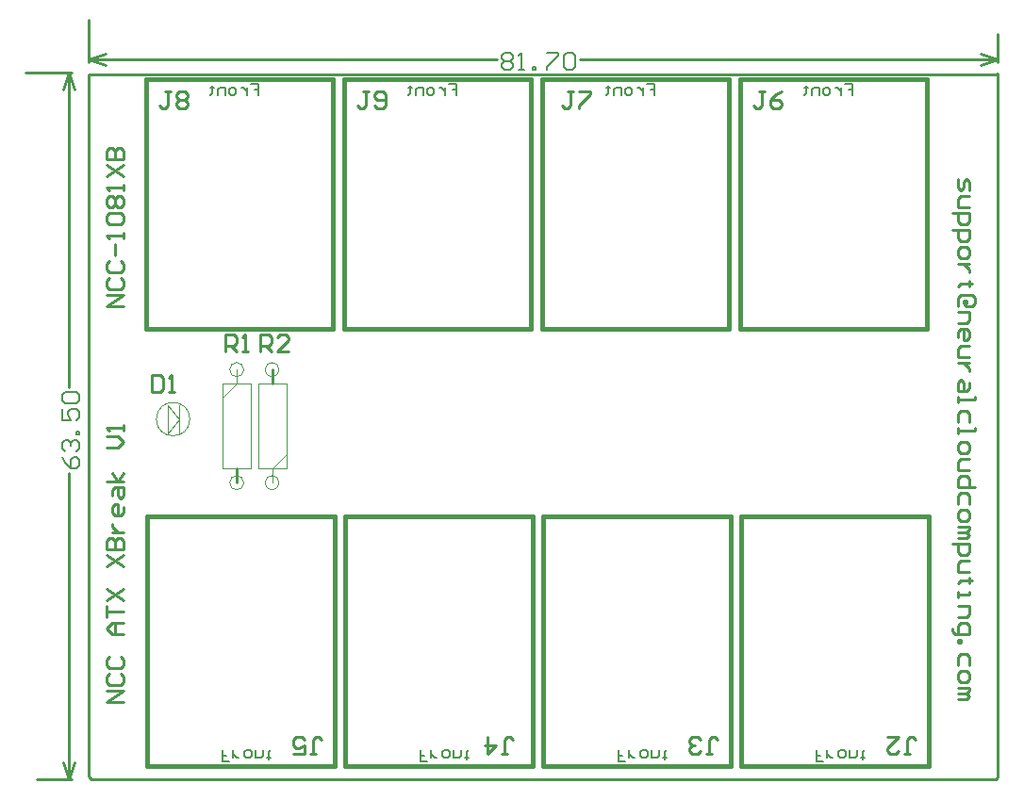
<source format=gto>
G04 Layer_Color=65535*
%FSLAX44Y44*%
%MOMM*%
G71*
G01*
G75*
%ADD10C,0.2540*%
%ADD17C,0.1016*%
%ADD18C,0.4000*%
%ADD19C,0.1524*%
%ADD20C,0.1280*%
D10*
X2640000Y413000D02*
X2671540D01*
X2630000Y1048000D02*
X2671540D01*
X2669000Y413000D02*
Y688093D01*
Y764779D02*
Y1048000D01*
Y413000D02*
X2674080Y428240D01*
X2663920D02*
X2669000Y413000D01*
X2663920Y1032760D02*
X2669000Y1048000D01*
X2674080Y1032760D01*
X3503000Y1057460D02*
Y1083000D01*
X2686000Y1057460D02*
Y1095000D01*
X3127509Y1060000D02*
X3503000D01*
X2686000D02*
X3053363D01*
X3487760Y1065080D02*
X3503000Y1060000D01*
X3487760Y1054920D02*
X3503000Y1060000D01*
X2686000D02*
X2701240Y1054920D01*
X2686000Y1060000D02*
X2701240Y1065080D01*
X2819400Y679450D02*
Y692150D01*
X2851150Y768350D02*
Y781050D01*
X2717800Y838200D02*
X2702565D01*
X2717800Y848357D01*
X2702565D01*
X2705104Y863592D02*
X2702565Y861053D01*
Y855974D01*
X2705104Y853435D01*
X2715261D01*
X2717800Y855974D01*
Y861053D01*
X2715261Y863592D01*
X2705104Y878827D02*
X2702565Y876288D01*
Y871209D01*
X2705104Y868670D01*
X2715261D01*
X2717800Y871209D01*
Y876288D01*
X2715261Y878827D01*
X2710182Y883905D02*
Y894062D01*
X2717800Y899140D02*
Y904219D01*
Y901680D01*
X2702565D01*
X2705104Y899140D01*
Y911836D02*
X2702565Y914375D01*
Y919454D01*
X2705104Y921993D01*
X2715261D01*
X2717800Y919454D01*
Y914375D01*
X2715261Y911836D01*
X2705104D01*
Y927071D02*
X2702565Y929610D01*
Y934689D01*
X2705104Y937228D01*
X2707643D01*
X2710182Y934689D01*
X2712722Y937228D01*
X2715261D01*
X2717800Y934689D01*
Y929610D01*
X2715261Y927071D01*
X2712722D01*
X2710182Y929610D01*
X2707643Y927071D01*
X2705104D01*
X2710182Y929610D02*
Y934689D01*
X2717800Y942306D02*
Y947385D01*
Y944846D01*
X2702565D01*
X2705104Y942306D01*
X2702565Y955002D02*
X2717800Y965159D01*
X2702565D02*
X2717800Y955002D01*
X2702565Y970237D02*
X2717800D01*
Y977855D01*
X2715261Y980394D01*
X2712722D01*
X2710182Y977855D01*
Y970237D01*
Y977855D01*
X2707643Y980394D01*
X2705104D01*
X2702565Y977855D01*
Y970237D01*
X3467100Y952500D02*
Y944883D01*
X3469639Y942343D01*
X3472178Y944883D01*
Y949961D01*
X3474717Y952500D01*
X3477257Y949961D01*
Y942343D01*
Y937265D02*
X3469639D01*
X3467100Y934726D01*
Y927108D01*
X3477257D01*
X3462022Y922030D02*
X3477257D01*
Y914412D01*
X3474717Y911873D01*
X3469639D01*
X3467100Y914412D01*
Y922030D01*
X3462022Y906795D02*
X3477257D01*
Y899177D01*
X3474717Y896638D01*
X3469639D01*
X3467100Y899177D01*
Y906795D01*
Y889020D02*
Y883942D01*
X3469639Y881403D01*
X3474717D01*
X3477257Y883942D01*
Y889020D01*
X3474717Y891560D01*
X3469639D01*
X3467100Y889020D01*
X3477257Y876325D02*
X3467100D01*
X3472178D01*
X3474717Y873785D01*
X3477257Y871246D01*
Y868707D01*
X3479796Y858550D02*
X3477257D01*
Y861090D01*
Y856011D01*
Y858550D01*
X3469639D01*
X3467100Y856011D01*
X3472178Y840776D02*
X3474717D01*
Y843315D01*
X3472178D01*
Y840776D01*
X3474717Y838237D01*
X3479796D01*
X3482335Y840776D01*
Y845854D01*
X3479796Y848394D01*
X3469639D01*
X3467100Y845854D01*
Y838237D01*
Y833159D02*
X3477257D01*
Y825541D01*
X3474717Y823002D01*
X3467100D01*
Y810306D02*
Y815384D01*
X3469639Y817924D01*
X3474717D01*
X3477257Y815384D01*
Y810306D01*
X3474717Y807767D01*
X3472178D01*
Y817924D01*
X3477257Y802689D02*
X3469639D01*
X3467100Y800149D01*
Y792532D01*
X3477257D01*
Y787453D02*
X3467100D01*
X3472178D01*
X3474717Y784914D01*
X3477257Y782375D01*
Y779836D01*
Y769679D02*
Y764601D01*
X3474717Y762062D01*
X3467100D01*
Y769679D01*
X3469639Y772218D01*
X3472178Y769679D01*
Y762062D01*
X3467100Y756983D02*
Y751905D01*
Y754444D01*
X3482335D01*
Y756983D01*
X3477257Y734131D02*
Y741748D01*
X3474717Y744287D01*
X3469639D01*
X3467100Y741748D01*
Y734131D01*
Y729052D02*
Y723974D01*
Y726513D01*
X3482335D01*
Y729052D01*
X3467100Y713817D02*
Y708739D01*
X3469639Y706200D01*
X3474717D01*
X3477257Y708739D01*
Y713817D01*
X3474717Y716356D01*
X3469639D01*
X3467100Y713817D01*
X3477257Y701121D02*
X3469639D01*
X3467100Y698582D01*
Y690965D01*
X3477257D01*
X3482335Y675730D02*
X3467100D01*
Y683347D01*
X3469639Y685886D01*
X3474717D01*
X3477257Y683347D01*
Y675730D01*
Y660495D02*
Y668112D01*
X3474717Y670651D01*
X3469639D01*
X3467100Y668112D01*
Y660495D01*
Y652877D02*
Y647799D01*
X3469639Y645259D01*
X3474717D01*
X3477257Y647799D01*
Y652877D01*
X3474717Y655416D01*
X3469639D01*
X3467100Y652877D01*
Y640181D02*
X3477257D01*
Y637642D01*
X3474717Y635103D01*
X3467100D01*
X3474717D01*
X3477257Y632564D01*
X3474717Y630024D01*
X3467100D01*
X3462022Y624946D02*
X3477257D01*
Y617328D01*
X3474717Y614789D01*
X3469639D01*
X3467100Y617328D01*
Y624946D01*
X3477257Y609711D02*
X3469639D01*
X3467100Y607172D01*
Y599554D01*
X3477257D01*
X3479796Y591937D02*
X3477257D01*
Y594476D01*
Y589398D01*
Y591937D01*
X3469639D01*
X3467100Y589398D01*
Y581780D02*
Y576702D01*
Y579241D01*
X3477257D01*
Y581780D01*
X3467100Y569084D02*
X3477257D01*
Y561466D01*
X3474717Y558927D01*
X3467100D01*
X3462022Y548771D02*
Y546231D01*
X3464561Y543692D01*
X3477257D01*
Y551310D01*
X3474717Y553849D01*
X3469639D01*
X3467100Y551310D01*
Y543692D01*
Y538614D02*
X3469639D01*
Y536075D01*
X3467100D01*
Y538614D01*
X3477257Y515761D02*
Y523379D01*
X3474717Y525918D01*
X3469639D01*
X3467100Y523379D01*
Y515761D01*
Y508144D02*
Y503065D01*
X3469639Y500526D01*
X3474717D01*
X3477257Y503065D01*
Y508144D01*
X3474717Y510683D01*
X3469639D01*
X3467100Y508144D01*
Y495448D02*
X3477257D01*
Y492909D01*
X3474717Y490369D01*
X3467100D01*
X3474717D01*
X3477257Y487830D01*
X3474717Y485291D01*
X3467100D01*
X2717800Y482600D02*
X2702565D01*
X2717800Y492757D01*
X2702565D01*
X2705104Y507992D02*
X2702565Y505453D01*
Y500374D01*
X2705104Y497835D01*
X2715261D01*
X2717800Y500374D01*
Y505453D01*
X2715261Y507992D01*
X2705104Y523227D02*
X2702565Y520688D01*
Y515609D01*
X2705104Y513070D01*
X2715261D01*
X2717800Y515609D01*
Y520688D01*
X2715261Y523227D01*
X2717800Y543540D02*
X2707643D01*
X2702565Y548619D01*
X2707643Y553697D01*
X2717800D01*
X2710182D01*
Y543540D01*
X2702565Y558775D02*
Y568932D01*
Y563854D01*
X2717800D01*
X2702565Y574010D02*
X2717800Y584167D01*
X2702565D02*
X2717800Y574010D01*
X2702565Y604481D02*
X2717800Y614637D01*
X2702565D02*
X2717800Y604481D01*
X2702565Y619716D02*
X2717800D01*
Y627333D01*
X2715261Y629872D01*
X2712722D01*
X2710182Y627333D01*
Y619716D01*
Y627333D01*
X2707643Y629872D01*
X2705104D01*
X2702565Y627333D01*
Y619716D01*
X2707643Y634951D02*
X2717800D01*
X2712722D01*
X2710182Y637490D01*
X2707643Y640029D01*
Y642568D01*
X2717800Y657803D02*
Y652725D01*
X2715261Y650186D01*
X2710182D01*
X2707643Y652725D01*
Y657803D01*
X2710182Y660342D01*
X2712722D01*
Y650186D01*
X2707643Y667960D02*
Y673038D01*
X2710182Y675578D01*
X2717800D01*
Y667960D01*
X2715261Y665421D01*
X2712722Y667960D01*
Y675578D01*
X2717800Y680656D02*
X2702565D01*
X2712722D02*
X2707643Y688273D01*
X2712722Y680656D02*
X2717800Y688273D01*
X2702565Y711126D02*
X2712722D01*
X2717800Y716204D01*
X2712722Y721283D01*
X2702565D01*
X2717800Y726361D02*
Y731440D01*
Y728900D01*
X2702565D01*
X2705104Y726361D01*
X2759707Y1031235D02*
X2754628D01*
X2757167D01*
Y1018539D01*
X2754628Y1016000D01*
X2752089D01*
X2749550Y1018539D01*
X2764785Y1028696D02*
X2767324Y1031235D01*
X2772403D01*
X2774942Y1028696D01*
Y1026157D01*
X2772403Y1023617D01*
X2774942Y1021078D01*
Y1018539D01*
X2772403Y1016000D01*
X2767324D01*
X2764785Y1018539D01*
Y1021078D01*
X2767324Y1023617D01*
X2764785Y1026157D01*
Y1028696D01*
X2767324Y1023617D02*
X2772403D01*
X2937507Y1031235D02*
X2932428D01*
X2934968D01*
Y1018539D01*
X2932428Y1016000D01*
X2929889D01*
X2927350Y1018539D01*
X2942585D02*
X2945124Y1016000D01*
X2950203D01*
X2952742Y1018539D01*
Y1028696D01*
X2950203Y1031235D01*
X2945124D01*
X2942585Y1028696D01*
Y1026157D01*
X2945124Y1023617D01*
X2952742D01*
X3121657Y1031235D02*
X3116578D01*
X3119117D01*
Y1018539D01*
X3116578Y1016000D01*
X3114039D01*
X3111500Y1018539D01*
X3126735Y1031235D02*
X3136892D01*
Y1028696D01*
X3126735Y1018539D01*
Y1016000D01*
X3293107Y1031235D02*
X3288028D01*
X3290568D01*
Y1018539D01*
X3288028Y1016000D01*
X3285489D01*
X3282950Y1018539D01*
X3308342Y1031235D02*
X3303264Y1028696D01*
X3298185Y1023617D01*
Y1018539D01*
X3300724Y1016000D01*
X3305803D01*
X3308342Y1018539D01*
Y1021078D01*
X3305803Y1023617D01*
X3298185D01*
X2885443Y435615D02*
X2890522D01*
X2887982D01*
Y448311D01*
X2890522Y450850D01*
X2893061D01*
X2895600Y448311D01*
X2870208Y435615D02*
X2880365D01*
Y443232D01*
X2875287Y440693D01*
X2872747D01*
X2870208Y443232D01*
Y448311D01*
X2872747Y450850D01*
X2877826D01*
X2880365Y448311D01*
X3056893Y435615D02*
X3061972D01*
X3059432D01*
Y448311D01*
X3061972Y450850D01*
X3064511D01*
X3067050Y448311D01*
X3044197Y450850D02*
Y435615D01*
X3051815Y443232D01*
X3041658D01*
X3241043Y435615D02*
X3246122D01*
X3243582D01*
Y448311D01*
X3246122Y450850D01*
X3248661D01*
X3251200Y448311D01*
X3235965Y438154D02*
X3233426Y435615D01*
X3228347D01*
X3225808Y438154D01*
Y440693D01*
X3228347Y443232D01*
X3230887D01*
X3228347D01*
X3225808Y445772D01*
Y448311D01*
X3228347Y450850D01*
X3233426D01*
X3235965Y448311D01*
X3418843Y435615D02*
X3423922D01*
X3421382D01*
Y448311D01*
X3423922Y450850D01*
X3426461D01*
X3429000Y448311D01*
X3403608Y450850D02*
X3413765D01*
X3403608Y440693D01*
Y438154D01*
X3406147Y435615D01*
X3411226D01*
X3413765Y438154D01*
X2808859Y797433D02*
Y812668D01*
X2816476D01*
X2819016Y810129D01*
Y805051D01*
X2816476Y802511D01*
X2808859D01*
X2813937D02*
X2819016Y797433D01*
X2824094D02*
X2829172D01*
X2826633D01*
Y812668D01*
X2824094Y810129D01*
X2742819Y776346D02*
Y761111D01*
X2750436D01*
X2752976Y763650D01*
Y773807D01*
X2750436Y776346D01*
X2742819D01*
X2758054Y761111D02*
X2763132D01*
X2760593D01*
Y776346D01*
X2758054Y773807D01*
X2840482Y797560D02*
Y812795D01*
X2848099D01*
X2850639Y810256D01*
Y805178D01*
X2848099Y802638D01*
X2840482D01*
X2845560D02*
X2850639Y797560D01*
X2865874D02*
X2855717D01*
X2865874Y807717D01*
Y810256D01*
X2863335Y812795D01*
X2858256D01*
X2855717Y810256D01*
X2686000Y1046000D02*
X3501971D01*
X3502861Y1046889D01*
Y414610D02*
Y1046889D01*
X3501000Y412750D02*
X3502861Y414610D01*
X2689000Y412750D02*
X3501000D01*
X2686000Y415750D02*
X2689000Y412750D01*
X2686000Y415750D02*
Y1046000D01*
D17*
X2825750Y679450D02*
G03*
X2825750Y679450I-6350J0D01*
G01*
Y781050D02*
G03*
X2825750Y781050I-6350J0D01*
G01*
D02*
G03*
X2825750Y781050I-6350J0D01*
G01*
Y679450D02*
G03*
X2825750Y679450I-6350J0D01*
G01*
X2777250Y736600D02*
G03*
X2777250Y736600I-15000J0D01*
G01*
X2857500Y781050D02*
G03*
X2857500Y781050I-6350J0D01*
G01*
Y679450D02*
G03*
X2857500Y679450I-6350J0D01*
G01*
D02*
G03*
X2857500Y679450I-6350J0D01*
G01*
Y781050D02*
G03*
X2857500Y781050I-6350J0D01*
G01*
X2806700Y768350D02*
X2819400D01*
X2806700Y692150D02*
Y768350D01*
Y692150D02*
X2832100D01*
Y768350D01*
X2819400D02*
X2832100D01*
X2819400D02*
Y781050D01*
X2806700Y755650D02*
X2819400Y768350D01*
X2757170Y723900D02*
Y749300D01*
Y723900D02*
X2767330Y736600D01*
Y723900D02*
Y736600D01*
X2757170Y749300D02*
X2767330Y736600D01*
Y749300D01*
X2851150Y692150D02*
X2863850D01*
Y768350D01*
X2838450D02*
X2863850D01*
X2838450Y692150D02*
Y768350D01*
Y692150D02*
X2851150D01*
Y679450D02*
Y692150D01*
X2863850Y704850D01*
D18*
X2737850Y1041700D02*
X2905850D01*
X2737850Y817700D02*
Y1041700D01*
Y817700D02*
X2905850D01*
Y1041700D01*
X2915650D02*
X3083650D01*
X2915650Y817700D02*
Y1041700D01*
Y817700D02*
X3083650D01*
Y1041700D01*
X3093450D02*
X3261450D01*
X3093450Y817700D02*
Y1041700D01*
Y817700D02*
X3261450D01*
Y1041700D01*
X3271250D02*
X3439250D01*
X3271250Y817700D02*
Y1041700D01*
Y817700D02*
X3439250D01*
Y1041700D01*
X2739300Y425150D02*
X2907300D01*
Y649150D01*
X2739300D02*
X2907300D01*
X2739300Y425150D02*
Y649150D01*
X2917100Y425150D02*
X3085100D01*
Y649150D01*
X2917100D02*
X3085100D01*
X2917100Y425150D02*
Y649150D01*
X3094900Y425150D02*
X3262900D01*
Y649150D01*
X3094900D02*
X3262900D01*
X3094900Y425150D02*
Y649150D01*
X3272700Y425150D02*
X3440700D01*
Y649150D01*
X3272700D02*
X3440700D01*
X3272700Y425150D02*
Y649150D01*
D19*
X2662906Y702314D02*
X2665446Y697235D01*
X2670524Y692157D01*
X2675602D01*
X2678141Y694696D01*
Y699775D01*
X2675602Y702314D01*
X2673063D01*
X2670524Y699775D01*
Y692157D01*
X2665446Y707392D02*
X2662906Y709931D01*
Y715010D01*
X2665446Y717549D01*
X2667985D01*
X2670524Y715010D01*
Y712470D01*
Y715010D01*
X2673063Y717549D01*
X2675602D01*
X2678141Y715010D01*
Y709931D01*
X2675602Y707392D01*
X2678141Y722627D02*
X2675602D01*
Y725166D01*
X2678141D01*
Y722627D01*
X2662906Y745480D02*
Y735323D01*
X2670524D01*
X2667985Y740402D01*
Y742941D01*
X2670524Y745480D01*
X2675602D01*
X2678141Y742941D01*
Y737862D01*
X2675602Y735323D01*
X2665446Y750558D02*
X2662906Y753097D01*
Y758176D01*
X2665446Y760715D01*
X2675602D01*
X2678141Y758176D01*
Y753097D01*
X2675602Y750558D01*
X2665446D01*
X3057427Y1063554D02*
X3059966Y1066094D01*
X3065044D01*
X3067583Y1063554D01*
Y1061015D01*
X3065044Y1058476D01*
X3067583Y1055937D01*
Y1053398D01*
X3065044Y1050859D01*
X3059966D01*
X3057427Y1053398D01*
Y1055937D01*
X3059966Y1058476D01*
X3057427Y1061015D01*
Y1063554D01*
X3059966Y1058476D02*
X3065044D01*
X3072662Y1050859D02*
X3077740D01*
X3075201D01*
Y1066094D01*
X3072662Y1063554D01*
X3085358Y1050859D02*
Y1053398D01*
X3087897D01*
Y1050859D01*
X3085358D01*
X3098054Y1066094D02*
X3108210D01*
Y1063554D01*
X3098054Y1053398D01*
Y1050859D01*
X3113289Y1063554D02*
X3115828Y1066094D01*
X3120906D01*
X3123445Y1063554D01*
Y1053398D01*
X3120906Y1050859D01*
X3115828D01*
X3113289Y1053398D01*
Y1063554D01*
D20*
X2832185Y1037697D02*
X2838850D01*
Y1032698D01*
X2835518D01*
X2838850D01*
Y1027700D01*
X2828853Y1034364D02*
Y1027700D01*
Y1031032D01*
X2827187Y1032698D01*
X2825521Y1034364D01*
X2823855D01*
X2817190Y1027700D02*
X2813858D01*
X2812192Y1029366D01*
Y1032698D01*
X2813858Y1034364D01*
X2817190D01*
X2818857Y1032698D01*
Y1029366D01*
X2817190Y1027700D01*
X2808860D02*
Y1034364D01*
X2803861D01*
X2802195Y1032698D01*
Y1027700D01*
X2797197Y1036031D02*
Y1034364D01*
X2798863D01*
X2795531D01*
X2797197D01*
Y1029366D01*
X2795531Y1027700D01*
X3009985Y1037697D02*
X3016650D01*
Y1032698D01*
X3013318D01*
X3016650D01*
Y1027700D01*
X3006653Y1034364D02*
Y1027700D01*
Y1031032D01*
X3004987Y1032698D01*
X3003321Y1034364D01*
X3001655D01*
X2994990Y1027700D02*
X2991658D01*
X2989992Y1029366D01*
Y1032698D01*
X2991658Y1034364D01*
X2994990D01*
X2996656Y1032698D01*
Y1029366D01*
X2994990Y1027700D01*
X2986660D02*
Y1034364D01*
X2981661D01*
X2979995Y1032698D01*
Y1027700D01*
X2974997Y1036031D02*
Y1034364D01*
X2976663D01*
X2973331D01*
X2974997D01*
Y1029366D01*
X2973331Y1027700D01*
X3187786Y1037697D02*
X3194450D01*
Y1032698D01*
X3191118D01*
X3194450D01*
Y1027700D01*
X3184453Y1034364D02*
Y1027700D01*
Y1031032D01*
X3182787Y1032698D01*
X3181121Y1034364D01*
X3179455D01*
X3172790Y1027700D02*
X3169458D01*
X3167792Y1029366D01*
Y1032698D01*
X3169458Y1034364D01*
X3172790D01*
X3174456Y1032698D01*
Y1029366D01*
X3172790Y1027700D01*
X3164460D02*
Y1034364D01*
X3159461D01*
X3157795Y1032698D01*
Y1027700D01*
X3152797Y1036031D02*
Y1034364D01*
X3154463D01*
X3151131D01*
X3152797D01*
Y1029366D01*
X3151131Y1027700D01*
X3365586Y1037697D02*
X3372250D01*
Y1032698D01*
X3368918D01*
X3372250D01*
Y1027700D01*
X3362253Y1034364D02*
Y1027700D01*
Y1031032D01*
X3360587Y1032698D01*
X3358921Y1034364D01*
X3357255D01*
X3350590Y1027700D02*
X3347258D01*
X3345592Y1029366D01*
Y1032698D01*
X3347258Y1034364D01*
X3350590D01*
X3352256Y1032698D01*
Y1029366D01*
X3350590Y1027700D01*
X3342260D02*
Y1034364D01*
X3337261D01*
X3335595Y1032698D01*
Y1027700D01*
X3330597Y1036031D02*
Y1034364D01*
X3332263D01*
X3328931D01*
X3330597D01*
Y1029366D01*
X3328931Y1027700D01*
X2812964Y429153D02*
X2806300D01*
Y434152D01*
X2809632D01*
X2806300D01*
Y439150D01*
X2816297Y432486D02*
Y439150D01*
Y435818D01*
X2817963Y434152D01*
X2819629Y432486D01*
X2821295D01*
X2827960Y439150D02*
X2831292D01*
X2832958Y437484D01*
Y434152D01*
X2831292Y432486D01*
X2827960D01*
X2826294Y434152D01*
Y437484D01*
X2827960Y439150D01*
X2836290D02*
Y432486D01*
X2841289D01*
X2842955Y434152D01*
Y439150D01*
X2847953Y430819D02*
Y432486D01*
X2846287D01*
X2849619D01*
X2847953D01*
Y437484D01*
X2849619Y439150D01*
X2990764Y429153D02*
X2984100D01*
Y434152D01*
X2987432D01*
X2984100D01*
Y439150D01*
X2994097Y432486D02*
Y439150D01*
Y435818D01*
X2995763Y434152D01*
X2997429Y432486D01*
X2999095D01*
X3005760Y439150D02*
X3009092D01*
X3010758Y437484D01*
Y434152D01*
X3009092Y432486D01*
X3005760D01*
X3004094Y434152D01*
Y437484D01*
X3005760Y439150D01*
X3014090D02*
Y432486D01*
X3019089D01*
X3020755Y434152D01*
Y439150D01*
X3025753Y430819D02*
Y432486D01*
X3024087D01*
X3027419D01*
X3025753D01*
Y437484D01*
X3027419Y439150D01*
X3168564Y429153D02*
X3161900D01*
Y434152D01*
X3165232D01*
X3161900D01*
Y439150D01*
X3171897Y432486D02*
Y439150D01*
Y435818D01*
X3173563Y434152D01*
X3175229Y432486D01*
X3176895D01*
X3183560Y439150D02*
X3186892D01*
X3188558Y437484D01*
Y434152D01*
X3186892Y432486D01*
X3183560D01*
X3181894Y434152D01*
Y437484D01*
X3183560Y439150D01*
X3191890D02*
Y432486D01*
X3196889D01*
X3198555Y434152D01*
Y439150D01*
X3203553Y430819D02*
Y432486D01*
X3201887D01*
X3205219D01*
X3203553D01*
Y437484D01*
X3205219Y439150D01*
X3346364Y429153D02*
X3339700D01*
Y434152D01*
X3343032D01*
X3339700D01*
Y439150D01*
X3349697Y432486D02*
Y439150D01*
Y435818D01*
X3351363Y434152D01*
X3353029Y432486D01*
X3354695D01*
X3361360Y439150D02*
X3364692D01*
X3366358Y437484D01*
Y434152D01*
X3364692Y432486D01*
X3361360D01*
X3359694Y434152D01*
Y437484D01*
X3361360Y439150D01*
X3369690D02*
Y432486D01*
X3374689D01*
X3376355Y434152D01*
Y439150D01*
X3381353Y430819D02*
Y432486D01*
X3379687D01*
X3383019D01*
X3381353D01*
Y437484D01*
X3383019Y439150D01*
M02*

</source>
